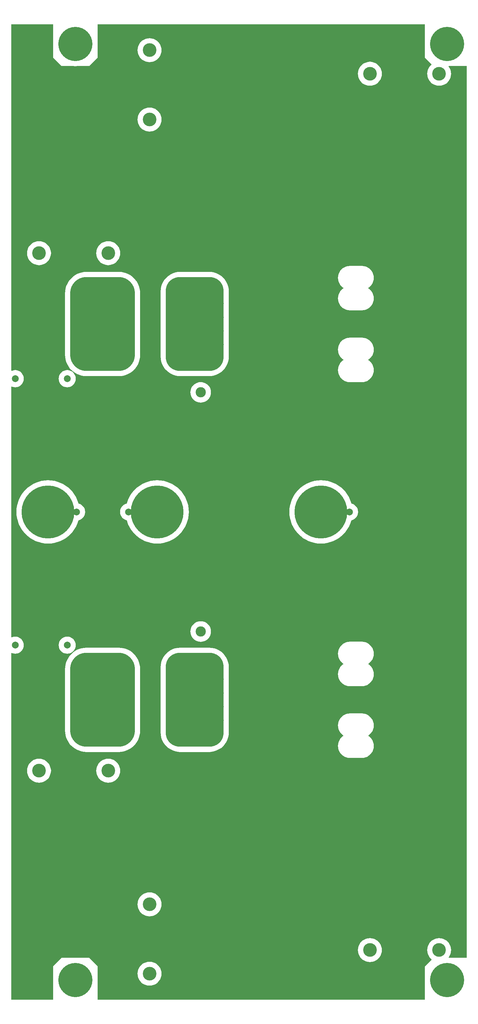
<source format=gbl>
G04*
G04 #@! TF.GenerationSoftware,Altium Limited,Altium Designer,18.1.9 (240)*
G04*
G04 Layer_Physical_Order=2*
G04 Layer_Color=16711680*
%FSLAX25Y25*%
%MOIN*%
G70*
G01*
G75*
%ADD30C,0.39370*%
%ADD31C,0.61024*%
%ADD32C,0.07874*%
%ADD33C,0.15748*%
%ADD34C,0.11811*%
G04:AMPARAMS|DCode=35|XSize=748.03mil|YSize=1082.68mil|CornerRadius=187.01mil|HoleSize=0mil|Usage=FLASHONLY|Rotation=0.000|XOffset=0mil|YOffset=0mil|HoleType=Round|Shape=RoundedRectangle|*
%AMROUNDEDRECTD35*
21,1,0.74803,0.70866,0,0,0.0*
21,1,0.37402,1.08268,0,0,0.0*
1,1,0.37402,0.18701,-0.35433*
1,1,0.37402,-0.18701,-0.35433*
1,1,0.37402,-0.18701,0.35433*
1,1,0.37402,0.18701,0.35433*
%
%ADD35ROUNDEDRECTD35*%
G04:AMPARAMS|DCode=36|XSize=669.29mil|YSize=1082.68mil|CornerRadius=167.32mil|HoleSize=0mil|Usage=FLASHONLY|Rotation=0.000|XOffset=0mil|YOffset=0mil|HoleType=Round|Shape=RoundedRectangle|*
%AMROUNDEDRECTD36*
21,1,0.66929,0.74803,0,0,0.0*
21,1,0.33465,1.08268,0,0,0.0*
1,1,0.33465,0.16732,-0.37402*
1,1,0.33465,-0.16732,-0.37402*
1,1,0.33465,-0.16732,0.37402*
1,1,0.33465,0.16732,0.37402*
%
%ADD36ROUNDEDRECTD36*%
%ADD37C,0.03937*%
G36*
X214527Y523622D02*
X222124Y516025D01*
X222104Y515525D01*
X221132Y514695D01*
X219723Y513046D01*
X218590Y511196D01*
X217760Y509193D01*
X217253Y507084D01*
X217083Y504921D01*
X217253Y502759D01*
X217760Y500650D01*
X218590Y498646D01*
X219723Y496797D01*
X221132Y495148D01*
X222781Y493739D01*
X224630Y492606D01*
X226634Y491776D01*
X228743Y491269D01*
X230906Y491099D01*
X233068Y491269D01*
X235177Y491776D01*
X237181Y492606D01*
X239030Y493739D01*
X240679Y495148D01*
X242088Y496797D01*
X243221Y498646D01*
X244051Y500650D01*
X244557Y502759D01*
X244728Y504921D01*
X244557Y507084D01*
X244051Y509193D01*
X243221Y511196D01*
X242088Y513046D01*
X241800Y513383D01*
X241997Y513842D01*
X243027Y513900D01*
X262776Y513900D01*
X262776Y-513900D01*
X243027Y-513900D01*
X241997Y-513842D01*
X241800Y-513383D01*
X242088Y-513046D01*
X243221Y-511196D01*
X244051Y-509193D01*
X244557Y-507084D01*
X244728Y-504921D01*
X244557Y-502759D01*
X244051Y-500650D01*
X243221Y-498646D01*
X242088Y-496797D01*
X240679Y-495148D01*
X239030Y-493739D01*
X237181Y-492606D01*
X235177Y-491776D01*
X233068Y-491269D01*
X230906Y-491099D01*
X228743Y-491269D01*
X226634Y-491776D01*
X224630Y-492606D01*
X222781Y-493739D01*
X221132Y-495148D01*
X219723Y-496797D01*
X218590Y-498646D01*
X217760Y-500650D01*
X217253Y-502759D01*
X217083Y-504921D01*
X217253Y-507084D01*
X217760Y-509193D01*
X218590Y-511196D01*
X219723Y-513046D01*
X221132Y-514695D01*
X222104Y-515525D01*
X222124Y-516025D01*
X214527Y-523622D01*
Y-561989D01*
X-163346D01*
Y-523622D01*
X-173067Y-513900D01*
X-186107D01*
X-188976Y-513739D01*
X-191846Y-513900D01*
X-204886D01*
X-214607Y-523622D01*
Y-561989D01*
X-262776D01*
X-262776Y-162822D01*
X-262347Y-162565D01*
X-262131Y-162681D01*
X-260276Y-163243D01*
X-258347Y-163433D01*
X-256417Y-163243D01*
X-254562Y-162681D01*
X-252852Y-161767D01*
X-251353Y-160537D01*
X-250123Y-159038D01*
X-249209Y-157328D01*
X-248646Y-155473D01*
X-248456Y-153543D01*
X-248646Y-151614D01*
X-249209Y-149759D01*
X-250123Y-148049D01*
X-251353Y-146550D01*
X-252852Y-145320D01*
X-254562Y-144406D01*
X-256417Y-143843D01*
X-258347Y-143653D01*
X-260276Y-143843D01*
X-262131Y-144406D01*
X-262347Y-144521D01*
X-262776Y-144264D01*
X-262776Y144264D01*
X-262347Y144521D01*
X-262131Y144406D01*
X-260276Y143843D01*
X-258347Y143653D01*
X-256417Y143843D01*
X-254562Y144406D01*
X-252852Y145320D01*
X-251353Y146550D01*
X-250123Y148049D01*
X-249209Y149759D01*
X-248646Y151614D01*
X-248456Y153543D01*
X-248646Y155473D01*
X-249209Y157328D01*
X-250123Y159038D01*
X-251353Y160537D01*
X-252852Y161767D01*
X-254562Y162681D01*
X-256417Y163243D01*
X-258347Y163433D01*
X-260276Y163243D01*
X-262131Y162681D01*
X-262347Y162565D01*
X-262776Y162822D01*
X-262776Y561989D01*
X-214607D01*
Y523622D01*
X-204886Y513901D01*
X-191846D01*
X-188976Y513739D01*
X-186107Y513901D01*
X-173067D01*
X-163346Y523622D01*
Y561989D01*
X214527D01*
Y523622D01*
D02*
G37*
%LPC*%
G36*
X-103347Y545909D02*
X-105509Y545739D01*
X-107618Y545232D01*
X-109622Y544402D01*
X-111471Y543269D01*
X-113120Y541860D01*
X-114529Y540211D01*
X-115662Y538362D01*
X-116492Y536358D01*
X-116998Y534249D01*
X-117169Y532087D01*
X-116998Y529924D01*
X-116492Y527815D01*
X-115662Y525811D01*
X-114529Y523962D01*
X-113120Y522313D01*
X-111471Y520904D01*
X-109622Y519771D01*
X-107618Y518941D01*
X-105509Y518435D01*
X-103347Y518264D01*
X-101184Y518435D01*
X-99075Y518941D01*
X-97071Y519771D01*
X-95222Y520904D01*
X-93573Y522313D01*
X-92164Y523962D01*
X-91031Y525811D01*
X-90201Y527815D01*
X-89694Y529924D01*
X-89524Y532087D01*
X-89694Y534249D01*
X-90201Y536358D01*
X-91031Y538362D01*
X-92164Y540211D01*
X-93573Y541860D01*
X-95222Y543269D01*
X-97071Y544402D01*
X-99075Y545232D01*
X-101184Y545739D01*
X-103347Y545909D01*
D02*
G37*
G36*
X150984Y518743D02*
X148822Y518573D01*
X146713Y518067D01*
X144709Y517237D01*
X142860Y516104D01*
X141210Y514695D01*
X139802Y513046D01*
X138669Y511196D01*
X137839Y509193D01*
X137332Y507084D01*
X137162Y504921D01*
X137332Y502759D01*
X137839Y500650D01*
X138669Y498646D01*
X139802Y496797D01*
X141210Y495148D01*
X142860Y493739D01*
X144709Y492606D01*
X146713Y491776D01*
X148822Y491269D01*
X150984Y491099D01*
X153147Y491269D01*
X155255Y491776D01*
X157259Y492606D01*
X159109Y493739D01*
X160758Y495148D01*
X162167Y496797D01*
X163300Y498646D01*
X164130Y500650D01*
X164636Y502759D01*
X164806Y504921D01*
X164636Y507084D01*
X164130Y509193D01*
X163300Y511196D01*
X162167Y513046D01*
X160758Y514695D01*
X159109Y516104D01*
X157259Y517237D01*
X155255Y518067D01*
X153147Y518573D01*
X150984Y518743D01*
D02*
G37*
G36*
X-103347Y465987D02*
X-105509Y465817D01*
X-107618Y465311D01*
X-109622Y464481D01*
X-111471Y463348D01*
X-113120Y461939D01*
X-114529Y460290D01*
X-115662Y458440D01*
X-116492Y456437D01*
X-116998Y454328D01*
X-117169Y452165D01*
X-116998Y450003D01*
X-116492Y447894D01*
X-115662Y445890D01*
X-114529Y444041D01*
X-113120Y442392D01*
X-111471Y440983D01*
X-109622Y439850D01*
X-107618Y439020D01*
X-105509Y438513D01*
X-103347Y438343D01*
X-101184Y438513D01*
X-99075Y439020D01*
X-97071Y439850D01*
X-95222Y440983D01*
X-93573Y442392D01*
X-92164Y444041D01*
X-91031Y445890D01*
X-90201Y447894D01*
X-89694Y450003D01*
X-89524Y452165D01*
X-89694Y454328D01*
X-90201Y456437D01*
X-91031Y458440D01*
X-92164Y460290D01*
X-93573Y461939D01*
X-95222Y463348D01*
X-97071Y464481D01*
X-99075Y465311D01*
X-101184Y465817D01*
X-103347Y465987D01*
D02*
G37*
G36*
X-150984Y312051D02*
X-153147Y311880D01*
X-155255Y311374D01*
X-157259Y310544D01*
X-159109Y309411D01*
X-160758Y308002D01*
X-162167Y306353D01*
X-163300Y304503D01*
X-164130Y302500D01*
X-164636Y300391D01*
X-164806Y298228D01*
X-164636Y296066D01*
X-164130Y293957D01*
X-163300Y291953D01*
X-162167Y290104D01*
X-160758Y288455D01*
X-159109Y287046D01*
X-157259Y285913D01*
X-155255Y285083D01*
X-153147Y284576D01*
X-150984Y284406D01*
X-148822Y284576D01*
X-146713Y285083D01*
X-144709Y285913D01*
X-142860Y287046D01*
X-141210Y288455D01*
X-139802Y290104D01*
X-138669Y291953D01*
X-137839Y293957D01*
X-137332Y296066D01*
X-137162Y298228D01*
X-137332Y300391D01*
X-137839Y302500D01*
X-138669Y304503D01*
X-139802Y306353D01*
X-141210Y308002D01*
X-142860Y309411D01*
X-144709Y310544D01*
X-146713Y311374D01*
X-148822Y311880D01*
X-150984Y312051D01*
D02*
G37*
G36*
X-230906D02*
X-233068Y311880D01*
X-235177Y311374D01*
X-237181Y310544D01*
X-239030Y309411D01*
X-240679Y308002D01*
X-242088Y306353D01*
X-243221Y304503D01*
X-244051Y302500D01*
X-244557Y300391D01*
X-244728Y298228D01*
X-244557Y296066D01*
X-244051Y293957D01*
X-243221Y291953D01*
X-242088Y290104D01*
X-240679Y288455D01*
X-239030Y287046D01*
X-237181Y285913D01*
X-235177Y285083D01*
X-233068Y284576D01*
X-230906Y284406D01*
X-228743Y284576D01*
X-226634Y285083D01*
X-224630Y285913D01*
X-222781Y287046D01*
X-221132Y288455D01*
X-219723Y290104D01*
X-218590Y291953D01*
X-217760Y293957D01*
X-217253Y296066D01*
X-217083Y298228D01*
X-217253Y300391D01*
X-217760Y302500D01*
X-218590Y304503D01*
X-219723Y306353D01*
X-221132Y308002D01*
X-222781Y309411D01*
X-224630Y310544D01*
X-226634Y311374D01*
X-228743Y311880D01*
X-230906Y312051D01*
D02*
G37*
G36*
X141732Y283507D02*
X127953D01*
X125791Y283337D01*
X123681Y282831D01*
X121678Y282001D01*
X119828Y280867D01*
X118179Y279459D01*
X116770Y277810D01*
X115637Y275960D01*
X114807Y273956D01*
X114301Y271847D01*
X114131Y269685D01*
X114301Y267523D01*
X114807Y265414D01*
X115637Y263410D01*
X116770Y261561D01*
X118179Y259911D01*
X119828Y258503D01*
X120446Y258124D01*
Y257624D01*
X119828Y257245D01*
X118179Y255837D01*
X116770Y254187D01*
X115637Y252338D01*
X114807Y250334D01*
X114301Y248225D01*
X114131Y246063D01*
X114301Y243901D01*
X114807Y241792D01*
X115637Y239788D01*
X116770Y237938D01*
X118179Y236289D01*
X119828Y234881D01*
X121678Y233747D01*
X123681Y232917D01*
X125791Y232411D01*
X127953Y232241D01*
X141732D01*
X143895Y232411D01*
X146003Y232917D01*
X148007Y233747D01*
X149857Y234881D01*
X151506Y236289D01*
X152915Y237938D01*
X154048Y239788D01*
X154878Y241792D01*
X155384Y243901D01*
X155554Y246063D01*
X155384Y248225D01*
X154878Y250334D01*
X154048Y252338D01*
X152915Y254187D01*
X151506Y255837D01*
X149857Y257245D01*
X149239Y257624D01*
Y258124D01*
X149857Y258503D01*
X151506Y259911D01*
X152915Y261561D01*
X154048Y263410D01*
X154878Y265414D01*
X155384Y267523D01*
X155554Y269685D01*
X155384Y271847D01*
X154878Y273956D01*
X154048Y275960D01*
X152915Y277810D01*
X151506Y279459D01*
X149857Y280867D01*
X148007Y282001D01*
X146003Y282831D01*
X143895Y283337D01*
X141732Y283507D01*
D02*
G37*
G36*
X-138779Y276614D02*
X-176181D01*
X-178940Y276459D01*
X-181665Y275996D01*
X-184321Y275231D01*
X-186874Y274173D01*
X-189293Y272836D01*
X-191547Y271237D01*
X-193608Y269395D01*
X-195449Y267335D01*
X-197049Y265080D01*
X-198386Y262662D01*
X-199443Y260108D01*
X-200208Y257453D01*
X-200671Y254728D01*
X-200826Y251969D01*
Y181102D01*
X-200671Y178343D01*
X-200208Y175618D01*
X-199443Y172963D01*
X-198386Y170409D01*
X-197049Y167990D01*
X-195449Y165736D01*
X-193608Y163676D01*
X-191547Y161834D01*
X-189293Y160235D01*
X-186874Y158898D01*
X-184321Y157840D01*
X-181665Y157075D01*
X-178940Y156612D01*
X-176181Y156457D01*
X-138779D01*
X-136020Y156612D01*
X-133296Y157075D01*
X-130640Y157840D01*
X-128086Y158898D01*
X-125668Y160235D01*
X-123414Y161834D01*
X-121353Y163676D01*
X-119511Y165736D01*
X-117912Y167990D01*
X-116575Y170409D01*
X-115517Y172963D01*
X-114752Y175618D01*
X-114289Y178343D01*
X-114135Y181102D01*
Y251969D01*
X-114289Y254728D01*
X-114752Y257453D01*
X-115517Y260108D01*
X-116575Y262662D01*
X-117912Y265080D01*
X-119511Y267335D01*
X-121353Y269395D01*
X-123414Y271237D01*
X-125668Y272836D01*
X-128086Y274173D01*
X-130640Y275231D01*
X-133296Y275996D01*
X-136020Y276459D01*
X-138779Y276614D01*
D02*
G37*
G36*
X-34449Y276623D02*
X-67913D01*
X-70875Y276429D01*
X-73785Y275850D01*
X-76595Y274897D01*
X-79257Y273584D01*
X-81724Y271935D01*
X-83955Y269979D01*
X-85912Y267748D01*
X-87560Y265280D01*
X-88873Y262619D01*
X-89827Y259809D01*
X-90406Y256898D01*
X-90600Y253937D01*
Y179134D01*
X-90406Y176173D01*
X-89827Y173262D01*
X-88873Y170452D01*
X-87560Y167791D01*
X-85912Y165323D01*
X-83955Y163092D01*
X-81724Y161135D01*
X-79257Y159487D01*
X-76595Y158174D01*
X-73785Y157220D01*
X-70875Y156642D01*
X-67913Y156448D01*
X-34449D01*
X-31488Y156642D01*
X-28577Y157220D01*
X-25767Y158174D01*
X-23106Y159487D01*
X-20638Y161135D01*
X-18407Y163092D01*
X-16451Y165323D01*
X-14802Y167791D01*
X-13489Y170452D01*
X-12536Y173262D01*
X-11957Y176173D01*
X-11762Y179134D01*
Y253937D01*
X-11957Y256898D01*
X-12536Y259809D01*
X-13489Y262619D01*
X-14802Y265280D01*
X-16451Y267748D01*
X-18407Y269979D01*
X-20638Y271935D01*
X-23106Y273584D01*
X-25767Y274897D01*
X-28577Y275850D01*
X-31488Y276429D01*
X-34449Y276623D01*
D02*
G37*
G36*
X141732Y200830D02*
X127953D01*
X125791Y200660D01*
X123681Y200153D01*
X121678Y199323D01*
X119828Y198190D01*
X118179Y196782D01*
X116770Y195132D01*
X115637Y193283D01*
X114807Y191279D01*
X114301Y189170D01*
X114131Y187008D01*
X114301Y184846D01*
X114807Y182737D01*
X115637Y180733D01*
X116770Y178883D01*
X118179Y177234D01*
X119828Y175826D01*
X120446Y175447D01*
Y174947D01*
X119828Y174568D01*
X118179Y173160D01*
X116770Y171510D01*
X115637Y169661D01*
X114807Y167657D01*
X114301Y165548D01*
X114131Y163386D01*
X114301Y161224D01*
X114807Y159115D01*
X115637Y157111D01*
X116770Y155261D01*
X118179Y153612D01*
X119828Y152204D01*
X121678Y151070D01*
X123681Y150240D01*
X125791Y149734D01*
X127953Y149564D01*
X141732D01*
X143895Y149734D01*
X146003Y150240D01*
X148007Y151070D01*
X149857Y152204D01*
X151506Y153612D01*
X152915Y155261D01*
X154048Y157111D01*
X154878Y159115D01*
X155384Y161224D01*
X155554Y163386D01*
X155384Y165548D01*
X154878Y167657D01*
X154048Y169661D01*
X152915Y171510D01*
X151506Y173160D01*
X149857Y174568D01*
X149239Y174947D01*
Y175447D01*
X149857Y175826D01*
X151506Y177234D01*
X152915Y178883D01*
X154048Y180733D01*
X154878Y182737D01*
X155384Y184846D01*
X155554Y187008D01*
X155384Y189170D01*
X154878Y191279D01*
X154048Y193283D01*
X152915Y195132D01*
X151506Y196782D01*
X149857Y198190D01*
X148007Y199323D01*
X146003Y200153D01*
X143895Y200660D01*
X141732Y200830D01*
D02*
G37*
G36*
X-198346Y163433D02*
X-200276Y163243D01*
X-202131Y162681D01*
X-203841Y161767D01*
X-205340Y160537D01*
X-206570Y159038D01*
X-207484Y157328D01*
X-208047Y155473D01*
X-208237Y153543D01*
X-208047Y151614D01*
X-207484Y149759D01*
X-206570Y148049D01*
X-205340Y146550D01*
X-203841Y145320D01*
X-202131Y144406D01*
X-200276Y143843D01*
X-198346Y143653D01*
X-196417Y143843D01*
X-194562Y144406D01*
X-192852Y145320D01*
X-191353Y146550D01*
X-190123Y148049D01*
X-189209Y149759D01*
X-188646Y151614D01*
X-188456Y153543D01*
X-188646Y155473D01*
X-189209Y157328D01*
X-190123Y159038D01*
X-191353Y160537D01*
X-192852Y161767D01*
X-194562Y162681D01*
X-196417Y163243D01*
X-198346Y163433D01*
D02*
G37*
G36*
X-44291Y149643D02*
X-46145Y149497D01*
X-47952Y149063D01*
X-49670Y148352D01*
X-51255Y147380D01*
X-52669Y146173D01*
X-53876Y144759D01*
X-54848Y143174D01*
X-55559Y141456D01*
X-55993Y139649D01*
X-56139Y137795D01*
X-55993Y135942D01*
X-55559Y134134D01*
X-54848Y132417D01*
X-53876Y130832D01*
X-52669Y129418D01*
X-51255Y128210D01*
X-49670Y127239D01*
X-47952Y126528D01*
X-46145Y126094D01*
X-44291Y125948D01*
X-42438Y126094D01*
X-40630Y126528D01*
X-38913Y127239D01*
X-37328Y128210D01*
X-35914Y129418D01*
X-34707Y130832D01*
X-33735Y132417D01*
X-33024Y134134D01*
X-32590Y135942D01*
X-32444Y137795D01*
X-32590Y139649D01*
X-33024Y141456D01*
X-33735Y143174D01*
X-34707Y144759D01*
X-35914Y146173D01*
X-37328Y147380D01*
X-38913Y148352D01*
X-40630Y149063D01*
X-42438Y149497D01*
X-44291Y149643D01*
D02*
G37*
G36*
X94488Y36461D02*
X90914Y36286D01*
X87375Y35761D01*
X83904Y34891D01*
X80535Y33686D01*
X77301Y32156D01*
X74231Y30316D01*
X71357Y28185D01*
X68706Y25782D01*
X66303Y23131D01*
X64172Y20257D01*
X62332Y17188D01*
X60802Y13953D01*
X59597Y10584D01*
X58728Y7113D01*
X58202Y3574D01*
X58027Y0D01*
X58202Y-3574D01*
X58728Y-7113D01*
X59597Y-10584D01*
X60802Y-13953D01*
X62332Y-17188D01*
X64172Y-20257D01*
X66303Y-23131D01*
X68706Y-25782D01*
X71357Y-28185D01*
X74231Y-30316D01*
X77301Y-32156D01*
X80535Y-33686D01*
X83904Y-34891D01*
X87375Y-35761D01*
X90914Y-36286D01*
X94488Y-36461D01*
X98062Y-36286D01*
X101601Y-35761D01*
X105072Y-34891D01*
X108441Y-33686D01*
X111676Y-32156D01*
X114745Y-30316D01*
X117619Y-28185D01*
X120270Y-25782D01*
X122673Y-23131D01*
X124805Y-20257D01*
X126644Y-17188D01*
X128174Y-13953D01*
X129379Y-10584D01*
X129617Y-9637D01*
X131265Y-9137D01*
X132975Y-8223D01*
X134474Y-6993D01*
X135704Y-5495D01*
X136618Y-3785D01*
X137180Y-1929D01*
X137371Y0D01*
X137180Y1929D01*
X136618Y3785D01*
X135704Y5495D01*
X134474Y6993D01*
X132975Y8223D01*
X131265Y9137D01*
X129617Y9637D01*
X129379Y10584D01*
X128174Y13953D01*
X126644Y17188D01*
X124805Y20257D01*
X122673Y23131D01*
X120270Y25782D01*
X117619Y28185D01*
X114745Y30316D01*
X111676Y32156D01*
X108441Y33686D01*
X105072Y34891D01*
X101601Y35761D01*
X98062Y36286D01*
X94488Y36461D01*
D02*
G37*
G36*
X-94488D02*
X-98062Y36286D01*
X-101601Y35761D01*
X-105072Y34891D01*
X-108441Y33686D01*
X-111676Y32156D01*
X-114745Y30316D01*
X-117619Y28185D01*
X-120270Y25782D01*
X-122673Y23131D01*
X-124805Y20257D01*
X-126644Y17188D01*
X-128174Y13953D01*
X-129379Y10584D01*
X-129617Y9637D01*
X-131265Y9137D01*
X-132975Y8223D01*
X-134474Y6993D01*
X-135704Y5495D01*
X-136618Y3785D01*
X-137180Y1929D01*
X-137370Y0D01*
X-137180Y-1929D01*
X-136618Y-3785D01*
X-135704Y-5495D01*
X-134474Y-6993D01*
X-132975Y-8223D01*
X-131265Y-9137D01*
X-129617Y-9637D01*
X-129379Y-10584D01*
X-128174Y-13953D01*
X-126644Y-17188D01*
X-124805Y-20257D01*
X-122673Y-23131D01*
X-120270Y-25782D01*
X-117619Y-28185D01*
X-114745Y-30316D01*
X-111676Y-32156D01*
X-108441Y-33686D01*
X-105072Y-34891D01*
X-101601Y-35761D01*
X-98062Y-36286D01*
X-94488Y-36461D01*
X-90914Y-36286D01*
X-87375Y-35761D01*
X-83904Y-34891D01*
X-80535Y-33686D01*
X-77301Y-32156D01*
X-74231Y-30316D01*
X-71357Y-28185D01*
X-68706Y-25782D01*
X-66303Y-23131D01*
X-64172Y-20257D01*
X-62332Y-17188D01*
X-60802Y-13953D01*
X-59597Y-10584D01*
X-58728Y-7113D01*
X-58202Y-3574D01*
X-58027Y0D01*
X-58202Y3574D01*
X-58728Y7113D01*
X-59597Y10584D01*
X-60802Y13953D01*
X-62332Y17188D01*
X-64172Y20257D01*
X-66303Y23131D01*
X-68706Y25782D01*
X-71357Y28185D01*
X-74231Y30316D01*
X-77301Y32156D01*
X-80535Y33686D01*
X-83904Y34891D01*
X-87375Y35761D01*
X-90914Y36286D01*
X-94488Y36461D01*
D02*
G37*
G36*
X-220472D02*
X-224046Y36286D01*
X-227586Y35761D01*
X-231057Y34891D01*
X-234426Y33686D01*
X-237660Y32156D01*
X-240729Y30316D01*
X-243603Y28185D01*
X-246254Y25782D01*
X-248657Y23131D01*
X-250789Y20257D01*
X-252628Y17188D01*
X-254158Y13953D01*
X-255364Y10584D01*
X-256233Y7113D01*
X-256758Y3574D01*
X-256934Y0D01*
X-256758Y-3574D01*
X-256233Y-7113D01*
X-255364Y-10584D01*
X-254158Y-13953D01*
X-252628Y-17188D01*
X-250789Y-20257D01*
X-248657Y-23131D01*
X-246254Y-25782D01*
X-243603Y-28185D01*
X-240729Y-30316D01*
X-237660Y-32156D01*
X-234426Y-33686D01*
X-231057Y-34891D01*
X-227586Y-35761D01*
X-224046Y-36286D01*
X-220472Y-36461D01*
X-216899Y-36286D01*
X-213359Y-35761D01*
X-209888Y-34891D01*
X-206519Y-33686D01*
X-203285Y-32156D01*
X-200216Y-30316D01*
X-197342Y-28185D01*
X-194691Y-25782D01*
X-192288Y-23131D01*
X-190156Y-20257D01*
X-188317Y-17188D01*
X-186787Y-13953D01*
X-185581Y-10584D01*
X-185344Y-9637D01*
X-183695Y-9137D01*
X-181986Y-8223D01*
X-180487Y-6993D01*
X-179257Y-5495D01*
X-178343Y-3785D01*
X-177780Y-1929D01*
X-177590Y0D01*
X-177780Y1929D01*
X-178343Y3785D01*
X-179257Y5495D01*
X-180487Y6993D01*
X-181986Y8223D01*
X-183695Y9137D01*
X-185344Y9637D01*
X-185581Y10584D01*
X-186787Y13953D01*
X-188317Y17188D01*
X-190156Y20257D01*
X-192288Y23131D01*
X-194691Y25782D01*
X-197342Y28185D01*
X-200216Y30316D01*
X-203285Y32156D01*
X-206519Y33686D01*
X-209888Y34891D01*
X-213359Y35761D01*
X-216899Y36286D01*
X-220472Y36461D01*
D02*
G37*
G36*
X-44291Y-125948D02*
X-46145Y-126094D01*
X-47952Y-126528D01*
X-49670Y-127239D01*
X-51255Y-128210D01*
X-52669Y-129418D01*
X-53876Y-130832D01*
X-54848Y-132417D01*
X-55559Y-134134D01*
X-55993Y-135942D01*
X-56139Y-137795D01*
X-55993Y-139649D01*
X-55559Y-141456D01*
X-54848Y-143174D01*
X-53876Y-144759D01*
X-52669Y-146173D01*
X-51255Y-147380D01*
X-49670Y-148352D01*
X-47952Y-149063D01*
X-46145Y-149497D01*
X-44291Y-149643D01*
X-42438Y-149497D01*
X-40630Y-149063D01*
X-38913Y-148352D01*
X-37328Y-147380D01*
X-35914Y-146173D01*
X-34707Y-144759D01*
X-33735Y-143174D01*
X-33024Y-141456D01*
X-32590Y-139649D01*
X-32444Y-137795D01*
X-32590Y-135942D01*
X-33024Y-134134D01*
X-33735Y-132417D01*
X-34707Y-130832D01*
X-35914Y-129418D01*
X-37328Y-128210D01*
X-38913Y-127239D01*
X-40630Y-126528D01*
X-42438Y-126094D01*
X-44291Y-125948D01*
D02*
G37*
G36*
X-198346Y-143653D02*
X-200276Y-143843D01*
X-202131Y-144406D01*
X-203841Y-145320D01*
X-205340Y-146550D01*
X-206570Y-148049D01*
X-207484Y-149759D01*
X-208047Y-151614D01*
X-208237Y-153543D01*
X-208047Y-155473D01*
X-207484Y-157328D01*
X-206570Y-159038D01*
X-205340Y-160537D01*
X-203841Y-161767D01*
X-202131Y-162681D01*
X-200276Y-163243D01*
X-198346Y-163433D01*
X-196417Y-163243D01*
X-194562Y-162681D01*
X-192852Y-161767D01*
X-191353Y-160537D01*
X-190123Y-159038D01*
X-189209Y-157328D01*
X-188646Y-155473D01*
X-188456Y-153543D01*
X-188646Y-151614D01*
X-189209Y-149759D01*
X-190123Y-148049D01*
X-191353Y-146550D01*
X-192852Y-145320D01*
X-194562Y-144406D01*
X-196417Y-143843D01*
X-198346Y-143653D01*
D02*
G37*
G36*
X141732Y-149564D02*
X127953D01*
X125791Y-149734D01*
X123681Y-150240D01*
X121678Y-151070D01*
X119828Y-152204D01*
X118179Y-153612D01*
X116770Y-155261D01*
X115637Y-157111D01*
X114807Y-159115D01*
X114301Y-161224D01*
X114131Y-163386D01*
X114301Y-165548D01*
X114807Y-167657D01*
X115637Y-169661D01*
X116770Y-171510D01*
X118179Y-173160D01*
X119828Y-174568D01*
X120446Y-174947D01*
Y-175447D01*
X119828Y-175826D01*
X118179Y-177234D01*
X116770Y-178883D01*
X115637Y-180733D01*
X114807Y-182737D01*
X114301Y-184846D01*
X114131Y-187008D01*
X114301Y-189170D01*
X114807Y-191279D01*
X115637Y-193283D01*
X116770Y-195132D01*
X118179Y-196782D01*
X119828Y-198190D01*
X121678Y-199323D01*
X123681Y-200153D01*
X125791Y-200660D01*
X127953Y-200830D01*
X141732D01*
X143895Y-200660D01*
X146003Y-200153D01*
X148007Y-199323D01*
X149857Y-198190D01*
X151506Y-196782D01*
X152915Y-195132D01*
X154048Y-193283D01*
X154878Y-191279D01*
X155384Y-189170D01*
X155554Y-187008D01*
X155384Y-184846D01*
X154878Y-182737D01*
X154048Y-180733D01*
X152915Y-178883D01*
X151506Y-177234D01*
X149857Y-175826D01*
X149239Y-175447D01*
Y-174947D01*
X149857Y-174568D01*
X151506Y-173160D01*
X152915Y-171510D01*
X154048Y-169661D01*
X154878Y-167657D01*
X155384Y-165548D01*
X155554Y-163386D01*
X155384Y-161224D01*
X154878Y-159115D01*
X154048Y-157111D01*
X152915Y-155261D01*
X151506Y-153612D01*
X149857Y-152204D01*
X148007Y-151070D01*
X146003Y-150240D01*
X143895Y-149734D01*
X141732Y-149564D01*
D02*
G37*
G36*
X-138779Y-156457D02*
X-176181D01*
X-178940Y-156612D01*
X-181665Y-157075D01*
X-184321Y-157840D01*
X-186874Y-158898D01*
X-189293Y-160235D01*
X-191547Y-161834D01*
X-193608Y-163676D01*
X-195449Y-165736D01*
X-197049Y-167990D01*
X-198386Y-170409D01*
X-199443Y-172963D01*
X-200208Y-175618D01*
X-200671Y-178343D01*
X-200826Y-181102D01*
Y-251969D01*
X-200671Y-254728D01*
X-200208Y-257453D01*
X-199443Y-260108D01*
X-198386Y-262662D01*
X-197049Y-265080D01*
X-195449Y-267335D01*
X-193608Y-269395D01*
X-191547Y-271237D01*
X-189293Y-272836D01*
X-186874Y-274173D01*
X-184321Y-275231D01*
X-181665Y-275996D01*
X-178940Y-276459D01*
X-176181Y-276614D01*
X-138779D01*
X-136020Y-276459D01*
X-133296Y-275996D01*
X-130640Y-275231D01*
X-128086Y-274173D01*
X-125668Y-272836D01*
X-123414Y-271237D01*
X-121353Y-269395D01*
X-119511Y-267335D01*
X-117912Y-265080D01*
X-116575Y-262662D01*
X-115517Y-260108D01*
X-114752Y-257453D01*
X-114289Y-254728D01*
X-114135Y-251969D01*
Y-181102D01*
X-114289Y-178343D01*
X-114752Y-175618D01*
X-115517Y-172963D01*
X-116575Y-170409D01*
X-117912Y-167990D01*
X-119511Y-165736D01*
X-121353Y-163676D01*
X-123414Y-161834D01*
X-125668Y-160235D01*
X-128086Y-158898D01*
X-130640Y-157840D01*
X-133296Y-157075D01*
X-136020Y-156612D01*
X-138779Y-156457D01*
D02*
G37*
G36*
X-34449Y-156448D02*
X-67913D01*
X-70875Y-156642D01*
X-73785Y-157220D01*
X-76595Y-158174D01*
X-79257Y-159487D01*
X-81724Y-161135D01*
X-83955Y-163092D01*
X-85912Y-165323D01*
X-87560Y-167791D01*
X-88873Y-170452D01*
X-89827Y-173262D01*
X-90406Y-176173D01*
X-90600Y-179134D01*
Y-253937D01*
X-90406Y-256898D01*
X-89827Y-259809D01*
X-88873Y-262619D01*
X-87560Y-265280D01*
X-85912Y-267748D01*
X-83955Y-269979D01*
X-81724Y-271935D01*
X-79257Y-273584D01*
X-76595Y-274897D01*
X-73785Y-275850D01*
X-70875Y-276429D01*
X-67913Y-276623D01*
X-34449D01*
X-31488Y-276429D01*
X-28577Y-275850D01*
X-25767Y-274897D01*
X-23106Y-273584D01*
X-20638Y-271935D01*
X-18407Y-269979D01*
X-16451Y-267748D01*
X-14802Y-265280D01*
X-13489Y-262619D01*
X-12536Y-259809D01*
X-11957Y-256898D01*
X-11762Y-253937D01*
Y-179134D01*
X-11957Y-176173D01*
X-12536Y-173262D01*
X-13489Y-170452D01*
X-14802Y-167791D01*
X-16451Y-165323D01*
X-18407Y-163092D01*
X-20638Y-161135D01*
X-23106Y-159487D01*
X-25767Y-158174D01*
X-28577Y-157220D01*
X-31488Y-156642D01*
X-34449Y-156448D01*
D02*
G37*
G36*
X141732Y-232241D02*
X127953D01*
X125791Y-232411D01*
X123681Y-232917D01*
X121678Y-233747D01*
X119828Y-234881D01*
X118179Y-236289D01*
X116770Y-237938D01*
X115637Y-239788D01*
X114807Y-241792D01*
X114301Y-243901D01*
X114131Y-246063D01*
X114301Y-248225D01*
X114807Y-250334D01*
X115637Y-252338D01*
X116770Y-254187D01*
X118179Y-255837D01*
X119828Y-257245D01*
X120446Y-257624D01*
Y-258124D01*
X119828Y-258503D01*
X118179Y-259911D01*
X116770Y-261561D01*
X115637Y-263410D01*
X114807Y-265414D01*
X114301Y-267523D01*
X114131Y-269685D01*
X114301Y-271847D01*
X114807Y-273956D01*
X115637Y-275960D01*
X116770Y-277810D01*
X118179Y-279459D01*
X119828Y-280867D01*
X121678Y-282001D01*
X123681Y-282831D01*
X125791Y-283337D01*
X127953Y-283507D01*
X141732D01*
X143895Y-283337D01*
X146003Y-282831D01*
X148007Y-282001D01*
X149857Y-280867D01*
X151506Y-279459D01*
X152915Y-277810D01*
X154048Y-275960D01*
X154878Y-273956D01*
X155384Y-271847D01*
X155554Y-269685D01*
X155384Y-267523D01*
X154878Y-265414D01*
X154048Y-263410D01*
X152915Y-261561D01*
X151506Y-259911D01*
X149857Y-258503D01*
X149239Y-258124D01*
Y-257624D01*
X149857Y-257245D01*
X151506Y-255837D01*
X152915Y-254187D01*
X154048Y-252338D01*
X154878Y-250334D01*
X155384Y-248225D01*
X155554Y-246063D01*
X155384Y-243901D01*
X154878Y-241792D01*
X154048Y-239788D01*
X152915Y-237938D01*
X151506Y-236289D01*
X149857Y-234881D01*
X148007Y-233747D01*
X146003Y-232917D01*
X143895Y-232411D01*
X141732Y-232241D01*
D02*
G37*
G36*
X-150984Y-284406D02*
X-153147Y-284576D01*
X-155255Y-285083D01*
X-157259Y-285913D01*
X-159109Y-287046D01*
X-160758Y-288455D01*
X-162167Y-290104D01*
X-163300Y-291953D01*
X-164130Y-293957D01*
X-164636Y-296066D01*
X-164806Y-298228D01*
X-164636Y-300391D01*
X-164130Y-302500D01*
X-163300Y-304503D01*
X-162167Y-306353D01*
X-160758Y-308002D01*
X-159109Y-309411D01*
X-157259Y-310544D01*
X-155255Y-311374D01*
X-153147Y-311880D01*
X-150984Y-312051D01*
X-148822Y-311880D01*
X-146713Y-311374D01*
X-144709Y-310544D01*
X-142860Y-309411D01*
X-141210Y-308002D01*
X-139802Y-306353D01*
X-138669Y-304503D01*
X-137839Y-302500D01*
X-137332Y-300391D01*
X-137162Y-298228D01*
X-137332Y-296066D01*
X-137839Y-293957D01*
X-138669Y-291953D01*
X-139802Y-290104D01*
X-141210Y-288455D01*
X-142860Y-287046D01*
X-144709Y-285913D01*
X-146713Y-285083D01*
X-148822Y-284576D01*
X-150984Y-284406D01*
D02*
G37*
G36*
X-230906D02*
X-233068Y-284576D01*
X-235177Y-285083D01*
X-237181Y-285913D01*
X-239030Y-287046D01*
X-240679Y-288455D01*
X-242088Y-290104D01*
X-243221Y-291953D01*
X-244051Y-293957D01*
X-244557Y-296066D01*
X-244728Y-298228D01*
X-244557Y-300391D01*
X-244051Y-302500D01*
X-243221Y-304503D01*
X-242088Y-306353D01*
X-240679Y-308002D01*
X-239030Y-309411D01*
X-237181Y-310544D01*
X-235177Y-311374D01*
X-233068Y-311880D01*
X-230906Y-312051D01*
X-228743Y-311880D01*
X-226634Y-311374D01*
X-224630Y-310544D01*
X-222781Y-309411D01*
X-221132Y-308002D01*
X-219723Y-306353D01*
X-218590Y-304503D01*
X-217760Y-302500D01*
X-217253Y-300391D01*
X-217083Y-298228D01*
X-217253Y-296066D01*
X-217760Y-293957D01*
X-218590Y-291953D01*
X-219723Y-290104D01*
X-221132Y-288455D01*
X-222781Y-287046D01*
X-224630Y-285913D01*
X-226634Y-285083D01*
X-228743Y-284576D01*
X-230906Y-284406D01*
D02*
G37*
G36*
X-103347Y-438343D02*
X-105509Y-438513D01*
X-107618Y-439020D01*
X-109622Y-439850D01*
X-111471Y-440983D01*
X-113120Y-442392D01*
X-114529Y-444041D01*
X-115662Y-445890D01*
X-116492Y-447894D01*
X-116998Y-450003D01*
X-117169Y-452165D01*
X-116998Y-454328D01*
X-116492Y-456437D01*
X-115662Y-458440D01*
X-114529Y-460290D01*
X-113120Y-461939D01*
X-111471Y-463348D01*
X-109622Y-464481D01*
X-107618Y-465311D01*
X-105509Y-465817D01*
X-103347Y-465987D01*
X-101184Y-465817D01*
X-99075Y-465311D01*
X-97071Y-464481D01*
X-95222Y-463348D01*
X-93573Y-461939D01*
X-92164Y-460290D01*
X-91031Y-458440D01*
X-90201Y-456437D01*
X-89694Y-454328D01*
X-89524Y-452165D01*
X-89694Y-450003D01*
X-90201Y-447894D01*
X-91031Y-445890D01*
X-92164Y-444041D01*
X-93573Y-442392D01*
X-95222Y-440983D01*
X-97071Y-439850D01*
X-99075Y-439020D01*
X-101184Y-438513D01*
X-103347Y-438343D01*
D02*
G37*
G36*
X150984Y-491099D02*
X148822Y-491269D01*
X146713Y-491776D01*
X144709Y-492606D01*
X142860Y-493739D01*
X141210Y-495148D01*
X139802Y-496797D01*
X138669Y-498646D01*
X137839Y-500650D01*
X137332Y-502759D01*
X137162Y-504921D01*
X137332Y-507084D01*
X137839Y-509193D01*
X138669Y-511196D01*
X139802Y-513046D01*
X141210Y-514695D01*
X142860Y-516104D01*
X144709Y-517237D01*
X146713Y-518067D01*
X148822Y-518573D01*
X150984Y-518743D01*
X153147Y-518573D01*
X155255Y-518067D01*
X157259Y-517237D01*
X159109Y-516104D01*
X160758Y-514695D01*
X162167Y-513046D01*
X163300Y-511196D01*
X164130Y-509193D01*
X164636Y-507084D01*
X164806Y-504921D01*
X164636Y-502759D01*
X164130Y-500650D01*
X163300Y-498646D01*
X162167Y-496797D01*
X160758Y-495148D01*
X159109Y-493739D01*
X157259Y-492606D01*
X155255Y-491776D01*
X153147Y-491269D01*
X150984Y-491099D01*
D02*
G37*
G36*
X-103347Y-518264D02*
X-105509Y-518435D01*
X-107618Y-518941D01*
X-109622Y-519771D01*
X-111471Y-520904D01*
X-113120Y-522313D01*
X-114529Y-523962D01*
X-115662Y-525811D01*
X-116492Y-527815D01*
X-116998Y-529924D01*
X-117169Y-532087D01*
X-116998Y-534249D01*
X-116492Y-536358D01*
X-115662Y-538362D01*
X-114529Y-540211D01*
X-113120Y-541860D01*
X-111471Y-543269D01*
X-109622Y-544402D01*
X-107618Y-545232D01*
X-105509Y-545739D01*
X-103347Y-545909D01*
X-101184Y-545739D01*
X-99075Y-545232D01*
X-97071Y-544402D01*
X-95222Y-543269D01*
X-93573Y-541860D01*
X-92164Y-540211D01*
X-91031Y-538362D01*
X-90201Y-536358D01*
X-89694Y-534249D01*
X-89524Y-532087D01*
X-89694Y-529924D01*
X-90201Y-527815D01*
X-91031Y-525811D01*
X-92164Y-523962D01*
X-93573Y-522313D01*
X-95222Y-520904D01*
X-97071Y-519771D01*
X-99075Y-518941D01*
X-101184Y-518435D01*
X-103347Y-518264D01*
D02*
G37*
%LPD*%
D30*
X188976Y539370D02*
D03*
X240158D02*
D03*
X-188976Y539370D02*
D03*
X-240158D02*
D03*
X188976Y-539370D02*
D03*
X240158D02*
D03*
X-240158Y-539370D02*
D03*
X-188976D02*
D03*
D31*
X220472Y0D02*
D03*
X94488D02*
D03*
X-220472D02*
D03*
X-94488D02*
D03*
D32*
X-187480D02*
D03*
X-127480D02*
D03*
X127480D02*
D03*
X187480D02*
D03*
X-258347Y153543D02*
D03*
X-198346D02*
D03*
Y-153543D02*
D03*
X-258347D02*
D03*
D33*
X-150984Y298228D02*
D03*
Y504921D02*
D03*
X-230906D02*
D03*
Y298228D02*
D03*
X150984Y504921D02*
D03*
Y298228D02*
D03*
X230906D02*
D03*
Y504921D02*
D03*
X-103347Y452165D02*
D03*
X103347D02*
D03*
Y532087D02*
D03*
X-103347D02*
D03*
X230906Y-504921D02*
D03*
Y-298228D02*
D03*
X150984D02*
D03*
Y-504921D02*
D03*
X-103347Y-532087D02*
D03*
X103347D02*
D03*
Y-452165D02*
D03*
X-103347D02*
D03*
X-150984Y-298228D02*
D03*
Y-504921D02*
D03*
X-230906D02*
D03*
Y-298228D02*
D03*
D34*
X-44291Y137795D02*
D03*
X44291D02*
D03*
X-44291Y-137795D02*
D03*
X44291D02*
D03*
D35*
X-157480Y-216535D02*
D03*
X55118D02*
D03*
Y216535D02*
D03*
X-157480D02*
D03*
D36*
X-51181Y-216535D02*
D03*
Y216535D02*
D03*
D37*
Y-240158D02*
D03*
Y-255906D02*
D03*
X-47244Y-263779D02*
D03*
X-43307Y-255906D02*
D03*
X-47244Y-248031D02*
D03*
X-43307Y-240158D02*
D03*
X-47244Y-232283D02*
D03*
X-39370D02*
D03*
X-35433Y-240158D02*
D03*
X-39370Y-248031D02*
D03*
X-31496Y-232283D02*
D03*
X-23622D02*
D03*
X-27559Y-240158D02*
D03*
X-31496Y-248031D02*
D03*
X-23622D02*
D03*
X-35433Y-255906D02*
D03*
X-27559D02*
D03*
X-39370Y-263779D02*
D03*
X-35433Y-224409D02*
D03*
X-27559D02*
D03*
X-31496Y-216535D02*
D03*
X-23622D02*
D03*
X-47244Y-169291D02*
D03*
X-43307Y-177165D02*
D03*
X-47244Y-185039D02*
D03*
X-43307Y-192913D02*
D03*
X-47244Y-200787D02*
D03*
X-39370D02*
D03*
X-35433Y-192913D02*
D03*
X-39370Y-185039D02*
D03*
X-31496Y-200787D02*
D03*
X-23622D02*
D03*
X-27559Y-192913D02*
D03*
X-31496Y-185039D02*
D03*
X-23622D02*
D03*
X-35433Y-177165D02*
D03*
X-27559D02*
D03*
X-39370Y-169291D02*
D03*
X-35433Y-208661D02*
D03*
X-27559D02*
D03*
X-51181Y-192913D02*
D03*
X-31496Y-263779D02*
D03*
Y-169291D02*
D03*
X-19685Y-224409D02*
D03*
Y-208661D02*
D03*
Y-192913D02*
D03*
Y-240158D02*
D03*
X-82677Y-192913D02*
D03*
Y-240158D02*
D03*
Y-224409D02*
D03*
Y-208661D02*
D03*
X-70866Y-263779D02*
D03*
Y-169291D02*
D03*
X-74803Y-224409D02*
D03*
X-66929D02*
D03*
X-62992Y-263779D02*
D03*
X-74803Y-255906D02*
D03*
X-66929D02*
D03*
X-78740Y-248031D02*
D03*
X-70866D02*
D03*
X-74803Y-240158D02*
D03*
X-78740Y-232283D02*
D03*
X-70866D02*
D03*
X-62992Y-248031D02*
D03*
X-66929Y-240158D02*
D03*
X-62992Y-232283D02*
D03*
X-55118D02*
D03*
X-59055Y-240158D02*
D03*
X-55118Y-248031D02*
D03*
X-59055Y-255906D02*
D03*
X-55118Y-263779D02*
D03*
X-78740Y-216535D02*
D03*
X-70866D02*
D03*
X-74803Y-208661D02*
D03*
X-66929D02*
D03*
X-62992Y-169291D02*
D03*
X-74803Y-177165D02*
D03*
X-66929D02*
D03*
X-78740Y-185039D02*
D03*
X-70866D02*
D03*
X-74803Y-192913D02*
D03*
X-78740Y-200787D02*
D03*
X-70866D02*
D03*
X-62992Y-185039D02*
D03*
X-66929Y-192913D02*
D03*
X-62992Y-200787D02*
D03*
X-55118D02*
D03*
X-59055Y-192913D02*
D03*
X-55118Y-185039D02*
D03*
X-59055Y-177165D02*
D03*
X-55118Y-169291D02*
D03*
X-51181Y-177165D02*
D03*
X88583Y-240158D02*
D03*
Y-192913D02*
D03*
Y-208661D02*
D03*
Y-224409D02*
D03*
X76772Y-169291D02*
D03*
Y-263779D02*
D03*
X57087Y-192913D02*
D03*
Y-177165D02*
D03*
X80709Y-208661D02*
D03*
X72835D02*
D03*
X68898Y-169291D02*
D03*
X80709Y-177165D02*
D03*
X72835D02*
D03*
X84646Y-185039D02*
D03*
X76772D02*
D03*
X80709Y-192913D02*
D03*
X84646Y-200787D02*
D03*
X76772D02*
D03*
X68898Y-185039D02*
D03*
X72835Y-192913D02*
D03*
X68898Y-200787D02*
D03*
X61024D02*
D03*
X64961Y-192913D02*
D03*
X61024Y-185039D02*
D03*
X64961Y-177165D02*
D03*
X61024Y-169291D02*
D03*
X84646Y-216535D02*
D03*
X76772D02*
D03*
X80709Y-224409D02*
D03*
X72835D02*
D03*
X68898Y-263779D02*
D03*
X80709Y-255906D02*
D03*
X72835D02*
D03*
X84646Y-248031D02*
D03*
X76772D02*
D03*
X80709Y-240158D02*
D03*
X84646Y-232283D02*
D03*
X76772D02*
D03*
X68898Y-248031D02*
D03*
X72835Y-240158D02*
D03*
X68898Y-232283D02*
D03*
X61024D02*
D03*
X64961Y-240158D02*
D03*
X61024Y-248031D02*
D03*
X64961Y-255906D02*
D03*
X61024Y-263779D02*
D03*
X57087Y-255906D02*
D03*
Y-240158D02*
D03*
X29528Y-263779D02*
D03*
Y-169291D02*
D03*
X49213Y-240158D02*
D03*
Y-255906D02*
D03*
X25591Y-224409D02*
D03*
X33465D02*
D03*
X37402Y-263779D02*
D03*
X25591Y-255906D02*
D03*
X33465D02*
D03*
X21654Y-248031D02*
D03*
X29528D02*
D03*
X25591Y-240158D02*
D03*
X21654Y-232283D02*
D03*
X29528D02*
D03*
X37402Y-248031D02*
D03*
X33465Y-240158D02*
D03*
X37402Y-232283D02*
D03*
X45276D02*
D03*
X41339Y-240158D02*
D03*
X45276Y-248031D02*
D03*
X41339Y-255906D02*
D03*
X45276Y-263779D02*
D03*
X21654Y-216535D02*
D03*
X29528D02*
D03*
X25591Y-208661D02*
D03*
X33465D02*
D03*
X37402Y-169291D02*
D03*
X25591Y-177165D02*
D03*
X33465D02*
D03*
X21654Y-185039D02*
D03*
X29528D02*
D03*
X25591Y-192913D02*
D03*
X21654Y-200787D02*
D03*
X29528D02*
D03*
X37402Y-185039D02*
D03*
X33465Y-192913D02*
D03*
X37402Y-200787D02*
D03*
X45276D02*
D03*
X41339Y-192913D02*
D03*
X45276Y-185039D02*
D03*
X41339Y-177165D02*
D03*
X45276Y-169291D02*
D03*
X49213Y-177165D02*
D03*
Y-192913D02*
D03*
X53150Y-232283D02*
D03*
Y-248031D02*
D03*
Y-263779D02*
D03*
Y-200787D02*
D03*
Y-185039D02*
D03*
Y-169291D02*
D03*
X88583Y-177165D02*
D03*
Y-255906D02*
D03*
X-78740Y-263779D02*
D03*
X-23622D02*
D03*
X-78740Y-169291D02*
D03*
X-23622D02*
D03*
X84646Y-263779D02*
D03*
Y-169291D02*
D03*
X-187008Y-263779D02*
D03*
Y-169291D02*
D03*
X-190945Y-177165D02*
D03*
Y-255906D02*
D03*
X-155512Y-263779D02*
D03*
Y-248031D02*
D03*
Y-232283D02*
D03*
Y-169291D02*
D03*
Y-185039D02*
D03*
Y-200787D02*
D03*
X-151575Y-240158D02*
D03*
Y-255906D02*
D03*
X-147638Y-263779D02*
D03*
X-143701Y-255906D02*
D03*
X-147638Y-248031D02*
D03*
X-143701Y-240158D02*
D03*
X-147638Y-232283D02*
D03*
X-139764D02*
D03*
X-135827Y-240158D02*
D03*
X-139764Y-248031D02*
D03*
X-131890Y-232283D02*
D03*
X-124016D02*
D03*
X-127953Y-240158D02*
D03*
X-131890Y-248031D02*
D03*
X-124016D02*
D03*
X-135827Y-255906D02*
D03*
X-127953D02*
D03*
X-139764Y-263779D02*
D03*
X-135827Y-224409D02*
D03*
X-127953D02*
D03*
X-131890Y-216535D02*
D03*
X-124016D02*
D03*
X-147638Y-169291D02*
D03*
X-143701Y-177165D02*
D03*
X-147638Y-185039D02*
D03*
X-143701Y-192913D02*
D03*
X-147638Y-200787D02*
D03*
X-139764D02*
D03*
X-135827Y-192913D02*
D03*
X-139764Y-185039D02*
D03*
X-131890Y-200787D02*
D03*
X-124016D02*
D03*
X-127953Y-192913D02*
D03*
X-131890Y-185039D02*
D03*
X-124016D02*
D03*
X-135827Y-177165D02*
D03*
X-127953D02*
D03*
X-139764Y-169291D02*
D03*
X-135827Y-208661D02*
D03*
X-127953D02*
D03*
X-151575Y-177165D02*
D03*
Y-192913D02*
D03*
X-131890Y-263779D02*
D03*
Y-169291D02*
D03*
X-159449Y-192913D02*
D03*
Y-177165D02*
D03*
X-163386Y-169291D02*
D03*
X-167323Y-177165D02*
D03*
X-163386Y-185039D02*
D03*
X-167323Y-192913D02*
D03*
X-163386Y-200787D02*
D03*
X-171260D02*
D03*
X-175197Y-192913D02*
D03*
X-171260Y-185039D02*
D03*
X-179134Y-200787D02*
D03*
X-187008D02*
D03*
X-183071Y-192913D02*
D03*
X-179134Y-185039D02*
D03*
X-187008D02*
D03*
X-175197Y-177165D02*
D03*
X-183071D02*
D03*
X-171260Y-169291D02*
D03*
X-175197Y-208661D02*
D03*
X-183071D02*
D03*
X-179134Y-216535D02*
D03*
X-187008D02*
D03*
X-163386Y-263779D02*
D03*
X-167323Y-255906D02*
D03*
X-163386Y-248031D02*
D03*
X-167323Y-240158D02*
D03*
X-163386Y-232283D02*
D03*
X-171260D02*
D03*
X-175197Y-240158D02*
D03*
X-171260Y-248031D02*
D03*
X-179134Y-232283D02*
D03*
X-187008D02*
D03*
X-183071Y-240158D02*
D03*
X-179134Y-248031D02*
D03*
X-187008D02*
D03*
X-175197Y-255906D02*
D03*
X-183071D02*
D03*
X-171260Y-263779D02*
D03*
X-175197Y-224409D02*
D03*
X-183071D02*
D03*
X-159449Y-255906D02*
D03*
Y-240158D02*
D03*
X-179134Y-169291D02*
D03*
Y-263779D02*
D03*
X-190945Y-208661D02*
D03*
Y-224409D02*
D03*
Y-240158D02*
D03*
Y-192913D02*
D03*
Y240158D02*
D03*
Y192913D02*
D03*
Y208661D02*
D03*
Y224409D02*
D03*
X-179134Y169291D02*
D03*
Y263779D02*
D03*
X-159449Y192913D02*
D03*
Y177165D02*
D03*
X-183071Y208661D02*
D03*
X-175197D02*
D03*
X-171260Y169291D02*
D03*
X-183071Y177165D02*
D03*
X-175197D02*
D03*
X-187008Y185039D02*
D03*
X-179134D02*
D03*
X-183071Y192913D02*
D03*
X-187008Y200787D02*
D03*
X-179134D02*
D03*
X-171260Y185039D02*
D03*
X-175197Y192913D02*
D03*
X-171260Y200787D02*
D03*
X-163386D02*
D03*
X-167323Y192913D02*
D03*
X-163386Y185039D02*
D03*
X-167323Y177165D02*
D03*
X-163386Y169291D02*
D03*
X-187008Y216535D02*
D03*
X-179134D02*
D03*
X-183071Y224409D02*
D03*
X-175197D02*
D03*
X-171260Y263779D02*
D03*
X-183071Y255906D02*
D03*
X-175197D02*
D03*
X-187008Y248031D02*
D03*
X-179134D02*
D03*
X-183071Y240158D02*
D03*
X-187008Y232283D02*
D03*
X-179134D02*
D03*
X-171260Y248031D02*
D03*
X-175197Y240158D02*
D03*
X-171260Y232283D02*
D03*
X-163386D02*
D03*
X-167323Y240158D02*
D03*
X-163386Y248031D02*
D03*
X-167323Y255906D02*
D03*
X-163386Y263779D02*
D03*
X-159449Y255906D02*
D03*
Y240158D02*
D03*
X-131890Y263779D02*
D03*
Y169291D02*
D03*
X-151575Y240158D02*
D03*
Y255906D02*
D03*
X-127953Y224409D02*
D03*
X-135827D02*
D03*
X-139764Y263779D02*
D03*
X-127953Y255906D02*
D03*
X-135827D02*
D03*
X-124016Y248031D02*
D03*
X-131890D02*
D03*
X-127953Y240158D02*
D03*
X-124016Y232283D02*
D03*
X-131890D02*
D03*
X-139764Y248031D02*
D03*
X-135827Y240158D02*
D03*
X-139764Y232283D02*
D03*
X-147638D02*
D03*
X-143701Y240158D02*
D03*
X-147638Y248031D02*
D03*
X-143701Y255906D02*
D03*
X-147638Y263779D02*
D03*
X-124016Y216535D02*
D03*
X-131890D02*
D03*
X-127953Y208661D02*
D03*
X-135827D02*
D03*
X-139764Y169291D02*
D03*
X-127953Y177165D02*
D03*
X-135827D02*
D03*
X-124016Y185039D02*
D03*
X-131890D02*
D03*
X-127953Y192913D02*
D03*
X-124016Y200787D02*
D03*
X-131890D02*
D03*
X-139764Y185039D02*
D03*
X-135827Y192913D02*
D03*
X-139764Y200787D02*
D03*
X-147638D02*
D03*
X-143701Y192913D02*
D03*
X-147638Y185039D02*
D03*
X-143701Y177165D02*
D03*
X-147638Y169291D02*
D03*
X-151575Y177165D02*
D03*
Y192913D02*
D03*
X-155512Y232283D02*
D03*
Y248031D02*
D03*
Y263779D02*
D03*
Y200787D02*
D03*
Y185039D02*
D03*
Y169291D02*
D03*
X-190945Y177165D02*
D03*
Y255906D02*
D03*
X-187008Y263779D02*
D03*
Y169291D02*
D03*
X84646Y263779D02*
D03*
Y169291D02*
D03*
X-23622Y263779D02*
D03*
X-78740D02*
D03*
X-23622Y169291D02*
D03*
X-78740D02*
D03*
X88583Y177165D02*
D03*
Y255906D02*
D03*
X53150Y263779D02*
D03*
Y248031D02*
D03*
Y232283D02*
D03*
Y169291D02*
D03*
Y185039D02*
D03*
Y200787D02*
D03*
X49213Y240158D02*
D03*
Y255906D02*
D03*
X45276Y263779D02*
D03*
X41339Y255906D02*
D03*
X45276Y248031D02*
D03*
X41339Y240158D02*
D03*
X45276Y232283D02*
D03*
X37402D02*
D03*
X33465Y240158D02*
D03*
X37402Y248031D02*
D03*
X29528Y232283D02*
D03*
X21654D02*
D03*
X25591Y240158D02*
D03*
X29528Y248031D02*
D03*
X21654D02*
D03*
X33465Y255906D02*
D03*
X25591D02*
D03*
X37402Y263779D02*
D03*
X33465Y224409D02*
D03*
X25591D02*
D03*
X29528Y216535D02*
D03*
X21654D02*
D03*
X45276Y169291D02*
D03*
X41339Y177165D02*
D03*
X45276Y185039D02*
D03*
X41339Y192913D02*
D03*
X45276Y200787D02*
D03*
X37402D02*
D03*
X33465Y192913D02*
D03*
X37402Y185039D02*
D03*
X29528Y200787D02*
D03*
X21654D02*
D03*
X25591Y192913D02*
D03*
X29528Y185039D02*
D03*
X21654D02*
D03*
X33465Y177165D02*
D03*
X25591D02*
D03*
X37402Y169291D02*
D03*
X33465Y208661D02*
D03*
X25591D02*
D03*
X49213Y177165D02*
D03*
Y192913D02*
D03*
X29528Y263779D02*
D03*
Y169291D02*
D03*
X57087Y192913D02*
D03*
Y177165D02*
D03*
X61024Y169291D02*
D03*
X64961Y177165D02*
D03*
X61024Y185039D02*
D03*
X64961Y192913D02*
D03*
X61024Y200787D02*
D03*
X68898D02*
D03*
X72835Y192913D02*
D03*
X68898Y185039D02*
D03*
X76772Y200787D02*
D03*
X84646D02*
D03*
X80709Y192913D02*
D03*
X76772Y185039D02*
D03*
X84646D02*
D03*
X72835Y177165D02*
D03*
X80709D02*
D03*
X68898Y169291D02*
D03*
X72835Y208661D02*
D03*
X80709D02*
D03*
X76772Y216535D02*
D03*
X84646D02*
D03*
X61024Y263779D02*
D03*
X64961Y255906D02*
D03*
X61024Y248031D02*
D03*
X64961Y240158D02*
D03*
X61024Y232283D02*
D03*
X68898D02*
D03*
X72835Y240158D02*
D03*
X68898Y248031D02*
D03*
X76772Y232283D02*
D03*
X84646D02*
D03*
X80709Y240158D02*
D03*
X76772Y248031D02*
D03*
X84646D02*
D03*
X72835Y255906D02*
D03*
X80709D02*
D03*
X68898Y263779D02*
D03*
X72835Y224409D02*
D03*
X80709D02*
D03*
X57087Y255906D02*
D03*
Y240158D02*
D03*
X76772Y169291D02*
D03*
Y263779D02*
D03*
X88583Y208661D02*
D03*
Y224409D02*
D03*
Y240158D02*
D03*
Y192913D02*
D03*
X-51181Y255906D02*
D03*
X-55118Y263779D02*
D03*
X-59055Y255906D02*
D03*
X-55118Y248031D02*
D03*
X-59055Y240158D02*
D03*
X-55118Y232283D02*
D03*
X-62992D02*
D03*
X-66929Y240158D02*
D03*
X-62992Y248031D02*
D03*
X-70866Y232283D02*
D03*
X-78740D02*
D03*
X-74803Y240158D02*
D03*
X-70866Y248031D02*
D03*
X-78740D02*
D03*
X-66929Y255906D02*
D03*
X-74803D02*
D03*
X-62992Y263779D02*
D03*
X-66929Y224409D02*
D03*
X-74803D02*
D03*
X-70866Y216535D02*
D03*
X-78740D02*
D03*
X-55118Y169291D02*
D03*
X-59055Y177165D02*
D03*
X-55118Y185039D02*
D03*
X-59055Y192913D02*
D03*
X-55118Y200787D02*
D03*
X-62992D02*
D03*
X-66929Y192913D02*
D03*
X-62992Y185039D02*
D03*
X-70866Y200787D02*
D03*
X-78740D02*
D03*
X-74803Y192913D02*
D03*
X-70866Y185039D02*
D03*
X-78740D02*
D03*
X-66929Y177165D02*
D03*
X-74803D02*
D03*
X-62992Y169291D02*
D03*
X-66929Y208661D02*
D03*
X-74803D02*
D03*
X-70866Y263779D02*
D03*
Y169291D02*
D03*
X-82677Y224409D02*
D03*
Y208661D02*
D03*
Y192913D02*
D03*
Y240158D02*
D03*
X-19685Y192913D02*
D03*
Y240158D02*
D03*
Y224409D02*
D03*
Y208661D02*
D03*
X-31496Y263779D02*
D03*
Y169291D02*
D03*
X-51181Y240158D02*
D03*
X-27559Y224409D02*
D03*
X-35433D02*
D03*
X-39370Y263779D02*
D03*
X-27559Y255906D02*
D03*
X-35433D02*
D03*
X-23622Y248031D02*
D03*
X-31496D02*
D03*
X-27559Y240158D02*
D03*
X-23622Y232283D02*
D03*
X-31496D02*
D03*
X-39370Y248031D02*
D03*
X-35433Y240158D02*
D03*
X-39370Y232283D02*
D03*
X-47244D02*
D03*
X-43307Y240158D02*
D03*
X-47244Y248031D02*
D03*
X-43307Y255906D02*
D03*
X-47244Y263779D02*
D03*
X-23622Y216535D02*
D03*
X-31496D02*
D03*
X-27559Y208661D02*
D03*
X-35433D02*
D03*
X-39370Y169291D02*
D03*
X-27559Y177165D02*
D03*
X-35433D02*
D03*
X-23622Y185039D02*
D03*
X-31496D02*
D03*
X-27559Y192913D02*
D03*
X-23622Y200787D02*
D03*
X-31496D02*
D03*
X-39370Y185039D02*
D03*
X-35433Y192913D02*
D03*
X-39370Y200787D02*
D03*
X-47244D02*
D03*
X-43307Y192913D02*
D03*
X-47244Y185039D02*
D03*
X-43307Y177165D02*
D03*
X-47244Y169291D02*
D03*
X-51181Y177165D02*
D03*
Y192913D02*
D03*
X195866Y551303D02*
D03*
X202756Y539370D02*
D03*
X200910Y546260D02*
D03*
Y532480D02*
D03*
X188976Y525591D02*
D03*
X195866Y527437D02*
D03*
X182087D02*
D03*
X175197Y539370D02*
D03*
X177043Y532480D02*
D03*
X182087Y551303D02*
D03*
X188976Y553150D02*
D03*
X177043Y546260D02*
D03*
X247047Y551303D02*
D03*
X253937Y539370D02*
D03*
X252091Y546260D02*
D03*
Y532480D02*
D03*
X240158Y525591D02*
D03*
X247047Y527437D02*
D03*
X233268D02*
D03*
X226378Y539370D02*
D03*
X228224Y532480D02*
D03*
Y546260D02*
D03*
X240158Y553150D02*
D03*
X233268Y551303D02*
D03*
X-195866Y551304D02*
D03*
X-202756Y539370D02*
D03*
X-200910Y546260D02*
D03*
Y532480D02*
D03*
X-188976Y525591D02*
D03*
X-195866Y527437D02*
D03*
X-182087D02*
D03*
X-175197Y539370D02*
D03*
X-177043Y532480D02*
D03*
X-182087Y551304D02*
D03*
X-188976Y553150D02*
D03*
X-177043Y546260D02*
D03*
X-247047Y551304D02*
D03*
X-253937Y539370D02*
D03*
X-252091Y546260D02*
D03*
Y532480D02*
D03*
X-240158Y525591D02*
D03*
X-247047Y527437D02*
D03*
X-233268D02*
D03*
X-226378Y539370D02*
D03*
X-228224Y532480D02*
D03*
Y546260D02*
D03*
X-240158Y553150D02*
D03*
X-233268Y551304D02*
D03*
X195866Y-551303D02*
D03*
X202756Y-539370D02*
D03*
X200910Y-546260D02*
D03*
Y-532480D02*
D03*
X188976Y-525591D02*
D03*
X195866Y-527437D02*
D03*
X182087D02*
D03*
X175197Y-539370D02*
D03*
X177043Y-532480D02*
D03*
X182087Y-551303D02*
D03*
X188976Y-553150D02*
D03*
X177043Y-546260D02*
D03*
X247047Y-551303D02*
D03*
X253937Y-539370D02*
D03*
X252091Y-546260D02*
D03*
Y-532480D02*
D03*
X240158Y-525591D02*
D03*
X247047Y-527437D02*
D03*
X233268D02*
D03*
X226378Y-539370D02*
D03*
X228224Y-532480D02*
D03*
Y-546260D02*
D03*
X240158Y-553150D02*
D03*
X233268Y-551303D02*
D03*
X-233268Y-551303D02*
D03*
X-240158Y-553150D02*
D03*
X-228224Y-546260D02*
D03*
Y-532480D02*
D03*
X-226378Y-539370D02*
D03*
X-233268Y-527437D02*
D03*
X-247047D02*
D03*
X-240158Y-525591D02*
D03*
X-252091Y-532480D02*
D03*
Y-546260D02*
D03*
X-253937Y-539370D02*
D03*
X-247047Y-551303D02*
D03*
X-177043Y-546260D02*
D03*
X-188976Y-553150D02*
D03*
X-182087Y-551303D02*
D03*
X-177043Y-532480D02*
D03*
X-175197Y-539370D02*
D03*
X-182087Y-527437D02*
D03*
X-195866D02*
D03*
X-188976Y-525591D02*
D03*
X-200910Y-532480D02*
D03*
Y-546260D02*
D03*
X-202756Y-539370D02*
D03*
X-195866Y-551303D02*
D03*
X232283Y-20457D02*
D03*
X228346Y-13638D02*
D03*
X240930Y-11811D02*
D03*
X234111Y-7874D02*
D03*
X244094Y-0D02*
D03*
X236221Y0D02*
D03*
X240930Y11811D02*
D03*
X234111Y7874D02*
D03*
X232283Y20457D02*
D03*
X228346Y13638D02*
D03*
X220473Y23622D02*
D03*
X220472Y15748D02*
D03*
X208661Y20457D02*
D03*
X212598Y13638D02*
D03*
X200015Y11811D02*
D03*
X206834Y7874D02*
D03*
X196850Y0D02*
D03*
X204724Y0D02*
D03*
X200015Y-11811D02*
D03*
X206834Y-7874D02*
D03*
X208661Y-20457D02*
D03*
X212598Y-13638D02*
D03*
X220472Y-23622D02*
D03*
X220472Y-15748D02*
D03*
X106299Y-20457D02*
D03*
X102362Y-13638D02*
D03*
X114945Y-11811D02*
D03*
X108126Y-7874D02*
D03*
X118110Y-0D02*
D03*
X110236Y0D02*
D03*
X114945Y11811D02*
D03*
X108126Y7874D02*
D03*
X106299Y20457D02*
D03*
X102362Y13638D02*
D03*
X94488Y23622D02*
D03*
X94488Y15748D02*
D03*
X82677Y20457D02*
D03*
X86614Y13638D02*
D03*
X74031Y11811D02*
D03*
X80850Y7874D02*
D03*
X70866Y0D02*
D03*
X78740Y0D02*
D03*
X74031Y-11811D02*
D03*
X80850Y-7874D02*
D03*
X82677Y-20457D02*
D03*
X86614Y-13638D02*
D03*
X94488Y-23622D02*
D03*
X94488Y-15748D02*
D03*
X-82677Y-20457D02*
D03*
X-86614Y-13638D02*
D03*
X-74031Y-11811D02*
D03*
X-80850Y-7874D02*
D03*
X-70866Y-0D02*
D03*
X-78740Y0D02*
D03*
X-74031Y11811D02*
D03*
X-80850Y7874D02*
D03*
X-82677Y20457D02*
D03*
X-86614Y13638D02*
D03*
X-94488Y23622D02*
D03*
X-94488Y15748D02*
D03*
X-106299Y20457D02*
D03*
X-102362Y13638D02*
D03*
X-114945Y11811D02*
D03*
X-108126Y7874D02*
D03*
X-118110Y0D02*
D03*
X-110236Y0D02*
D03*
X-114945Y-11811D02*
D03*
X-108126Y-7874D02*
D03*
X-106299Y-20457D02*
D03*
X-102362Y-13638D02*
D03*
X-94488Y-23622D02*
D03*
X-94488Y-15748D02*
D03*
X-220472D02*
D03*
X-220472Y-23622D02*
D03*
X-228346Y-13638D02*
D03*
X-232283Y-20457D02*
D03*
X-234111Y-7874D02*
D03*
X-240930Y-11811D02*
D03*
X-236221Y0D02*
D03*
X-244094Y0D02*
D03*
X-234111Y7874D02*
D03*
X-240930Y11811D02*
D03*
X-228346Y13638D02*
D03*
X-232283Y20457D02*
D03*
X-220472Y15748D02*
D03*
X-220472Y23622D02*
D03*
X-212598Y13638D02*
D03*
X-208661Y20457D02*
D03*
X-206834Y7874D02*
D03*
X-200015Y11811D02*
D03*
X-204724Y0D02*
D03*
X-196850Y-0D02*
D03*
X-206834Y-7874D02*
D03*
X-200015Y-11811D02*
D03*
X-212598Y-13638D02*
D03*
X-208661Y-20457D02*
D03*
M02*

</source>
